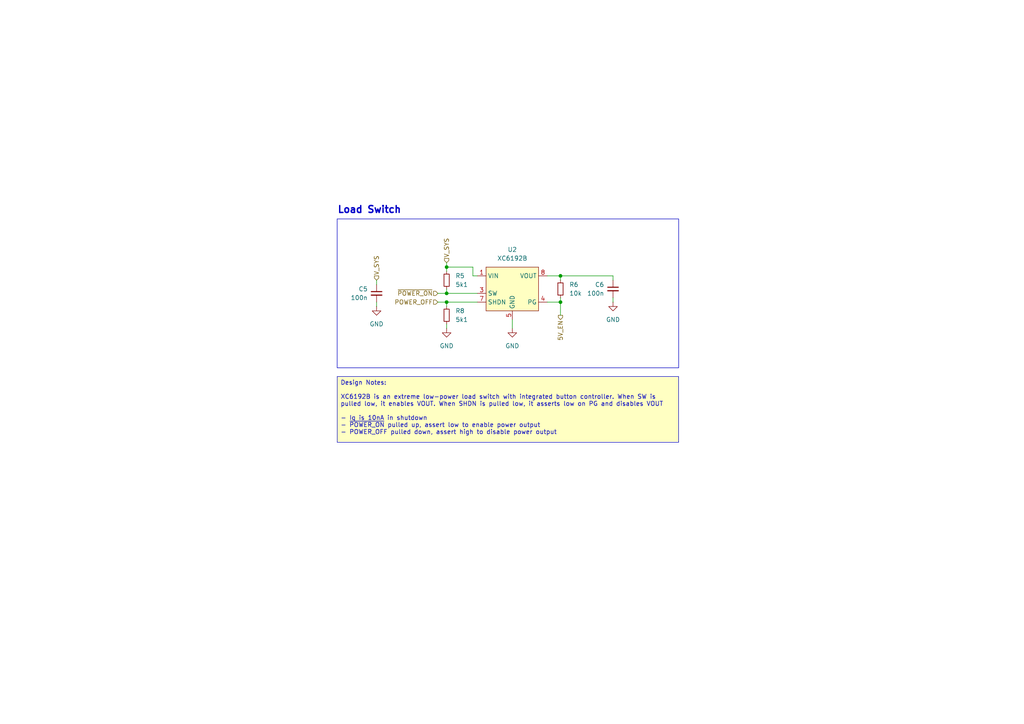
<source format=kicad_sch>
(kicad_sch (version 20231120) (generator "eeschema") (generator_version "8.0")
  (paper "A4")
  (title_block (title "${PROJECT_NAME}") (date "2024-12-01") (comment 1 "Designed by Gus Workman") (comment 4 "Load switch and supporting circuitry"))
  (lib_symbols
    (symbol "Device:C_Small" (pin_numbers hide) (pin_names (offset 0.254) hide)
      (property "Reference" "C" (at 0.254 1.778 0))
      (property "Value" "C_Small" (at 0.254 -2.032 0))
      (symbol "C_Small_0_1"
        (polyline (pts (xy -1.524 -0.508) (xy 1.524 -0.508)) (stroke (width 0.3302)))
        (polyline (pts (xy -1.524 0.508) (xy 1.524 0.508)) (stroke (width 0.3048)))
      )
      (symbol "C_Small_1_1"
        (pin passive line (at 0 2.54 270) (length 2.032) (name "~") (number "1"))
        (pin passive line (at 0 -2.54 90) (length 2.032) (name "~") (number "2"))
      )
    )
    (symbol "Device:R_Small" (pin_numbers hide) (pin_names (offset 0.254) hide)
      (property "Reference" "R" (at 0.762 0.508 0))
      (property "Value" "R_Small" (at 0.762 -1.016 0))
      (symbol "R_Small_0_1"
        (rectangle (start -0.762 1.778) (end 0.762 -1.778) (stroke (width 0.2032)))
      )
      (symbol "R_Small_1_1"
        (pin passive line (at 0 2.54 270) (length 0.762) (name "~") (number "1"))
        (pin passive line (at 0 -2.54 90) (length 0.762) (name "~") (number "2"))
      )
    )
    (symbol "gworkman_power:XC6192"
      (property "Reference" "U" (at 0 10.16 0))
      (property "Value" "XC6192" (at 0 7.62 0))
      (symbol "XC6192_0_0"
        (pin power_in line (at -10.16 3.81 0) (length 2.54) (name "VIN") (number "1"))
        (pin input line (at -10.16 -1.27 0) (length 2.54) (name "SW") (number "3"))
        (pin open_collector line (at 10.16 -3.81 180) (length 2.54) (name "PG") (number "4"))
        (pin power_in line (at 0 -8.89 90) (length 2.54) (name "GND") (number "5"))
        (pin input line (at -10.16 -3.81 0) (length 2.54) (name "SHDN") (number "7"))
        (pin power_out line (at 10.16 3.81 180) (length 2.54) (name "VOUT") (number "8"))
      )
      (symbol "XC6192_1_0"
        (pin passive line (at 0 -8.89 90) (length 2.54) hide (name "NC") (number "2"))
        (pin passive line (at 0 -8.89 90) (length 2.54) hide (name "TEST") (number "6"))
        (pin passive line (at 0 -8.89 90) (length 2.54) hide (name "EP") (number "9"))
      )
      (symbol "XC6192_1_1"
        (rectangle (start -7.62 6.35) (end 7.62 -6.35) (fill (type background)))
      )
    )
    (symbol "power:GND" (power) (pin_numbers hide) (pin_names (offset 0) hide)
      (property "Value" "GND" (at 0 -3.81 0))
      (symbol "GND_0_1"
        (polyline (pts (xy 0 0) (xy 0 -1.27) (xy 1.27 -1.27) (xy 0 -2.54) (xy -1.27 -1.27) (xy 0 -1.27)))
      )
      (symbol "GND_1_1"
        (pin power_in line (at 0 0 270) (length 0) (name "~") (number "1"))
      )
    )
  )
  (junction (at 162.56 80.01))
  (junction (at 129.54 77.47))
  (junction (at 162.56 87.63))
  (junction (at 129.54 85.09))
  (junction (at 129.54 87.63))
  (wire (pts (xy 162.56 80.01) (xy 177.8 80.01)))
  (wire (pts (xy 129.54 87.63) (xy 129.54 88.9)))
  (wire (pts (xy 162.56 80.01) (xy 162.56 81.28)))
  (wire (pts (xy 127 85.09) (xy 129.54 85.09)))
  (wire (pts (xy 129.54 77.47) (xy 137.16 77.47)))
  (wire (pts (xy 109.22 81.28) (xy 109.22 82.55)))
  (wire (pts (xy 127 87.63) (xy 129.54 87.63)))
  (wire (pts (xy 177.8 86.36) (xy 177.8 87.63)))
  (wire (pts (xy 129.54 76.2) (xy 129.54 77.47)))
  (wire (pts (xy 129.54 93.98) (xy 129.54 95.25)))
  (wire (pts (xy 129.54 87.63) (xy 138.43 87.63)))
  (wire (pts (xy 162.56 91.44) (xy 162.56 87.63)))
  (wire (pts (xy 177.8 80.01) (xy 177.8 81.28)))
  (wire (pts (xy 158.75 80.01) (xy 162.56 80.01)))
  (wire (pts (xy 158.75 87.63) (xy 162.56 87.63)))
  (wire (pts (xy 109.22 87.63) (xy 109.22 88.9)))
  (wire (pts (xy 148.59 92.71) (xy 148.59 95.25)))
  (wire (pts (xy 162.56 86.36) (xy 162.56 87.63)))
  (wire (pts (xy 129.54 77.47) (xy 129.54 78.74)))
  (wire (pts (xy 129.54 83.82) (xy 129.54 85.09)))
  (wire (pts (xy 129.54 85.09) (xy 138.43 85.09)))
  (wire (pts (xy 137.16 80.01) (xy 138.43 80.01)))
  (wire (pts (xy 137.16 77.47) (xy 137.16 80.01)))
  (rectangle (start 97.79 63.5) (end 196.85 106.68))
  (text_box "Design Notes:\n\nXC6192B is an extreme low-power load switch with integrated button controller. When SW is pulled low, it enables VOUT. When SHDN is pulled low, it asserts low on PG and disables VOUT\n\n- Iq is 10nA in shutdown\n- ~{POWER_ON} pulled up, assert low to enable power output\n- POWER_OFF pulled down, assert high to disable power output" (at 97.79 109.22 0) (size 99.06 19.05) (fill (type color) (color 255 255 194 1)) (effects (font (size 1.27 1.27) (thickness 0.1588)) (justify left top)))
  (text "Load Switch" (at 97.79 60.96 0) (effects (font (size 2 2) (thickness 0.4) (bold yes)) (justify left)))
  (hierarchical_label "~{POWER_ON}" (shape input) (at 127 85.09 180))
  (hierarchical_label "POWER_OFF" (shape input) (at 127 87.63 180))
  (hierarchical_label "5V_EN" (shape output) (at 162.56 91.44 270))
  (hierarchical_label "V_SYS" (shape input) (at 129.54 76.2 90))
  (hierarchical_label "V_SYS" (shape input) (at 109.22 81.28 90))
  (symbol (lib_id "Device:R_Small") (at 162.56 83.82 180) (unit 1)
    (property "Reference" "R6" (at 165.1 82.5499 0) (effects (justify right)))
    (property "Value" "10k" (at 165.1 85.0899 0) (effects (justify right)))
    (property "Footprint" "Resistor_SMD:R_0402_1005Metric" (effects (hide yes)))
    (property "Description" "generic 0603 resistor, 1/10W, 1%" (effects (hide yes)))
    (property "LCSC" "C60490" (effects (hide yes)))
    (property "DigiKey" "311-10.0KLRCT-ND" (effects (hide yes)))
    (property "MPN" "RC0402FR-0710KL" (effects (hide yes)))
  )
  (symbol (lib_id "Device:R_Small") (at 129.54 81.28 0) (unit 1)
    (property "Reference" "R5" (at 132.08 80.01 0) (effects (justify left)))
    (property "Value" "5k1" (at 132.08 82.55 0) (effects (justify left)))
    (property "Footprint" "Resistor_SMD:R_0402_1005Metric" (effects (hide yes)))
    (property "Description" "generic 0603 resistor, 1/10W, 1%" (effects (hide yes)))
    (property "LCSC" "C105872" (effects (hide yes)))
    (property "DigiKey" "311-5.10KLRCT-ND" (effects (hide yes)))
    (property "MPN" "RC0402FR-075K1L" (effects (hide yes)))
  )
  (symbol (lib_id "power:GND") (at 177.8 87.63 0) (unit 1)
    (property "Reference" "#PWR023" (effects (hide yes)))
    (property "Value" "GND" (at 177.8 92.71 0))
    (property "Description" "Power symbol creates a global label with name \"GND\" , ground" (effects (hide yes)))
  )
  (symbol (lib_id "power:GND") (at 148.59 95.25 0) (unit 1)
    (property "Reference" "#PWR022" (effects (hide yes)))
    (property "Value" "GND" (at 148.59 100.33 0))
    (property "Description" "Power symbol creates a global label with name \"GND\" , ground" (effects (hide yes)))
  )
  (symbol (lib_id "power:GND") (at 109.22 88.9 0) (unit 1)
    (property "Reference" "#PWR020" (effects (hide yes)))
    (property "Value" "GND" (at 109.22 93.98 0))
    (property "Description" "Power symbol creates a global label with name \"GND\" , ground" (effects (hide yes)))
  )
  (symbol (lib_id "Device:C_Small") (at 109.22 85.09 0) (mirror y) (unit 1)
    (property "Reference" "C5" (at 106.68 83.8262 0) (effects (justify left)))
    (property "Value" "100n" (at 106.68 86.3662 0) (effects (justify left)))
    (property "Footprint" "Capacitor_SMD:C_0402_1005Metric" (effects (hide yes)))
    (property "Description" "generic 0603 capacitor, 10V, low ESR" (effects (hide yes)))
    (property "LCSC" "C71629" (effects (hide yes)))
    (property "DigiKey" "490-6328-1-ND" (effects (hide yes)))
    (property "MPN" "GRM155R71C104KA88J" (effects (hide yes)))
  )
  (symbol (lib_id "Device:C_Small") (at 177.8 83.82 0) (mirror y) (unit 1)
    (property "Reference" "C6" (at 175.26 82.5562 0) (effects (justify left)))
    (property "Value" "100n" (at 175.26 85.0962 0) (effects (justify left)))
    (property "Footprint" "Capacitor_SMD:C_0402_1005Metric" (effects (hide yes)))
    (property "Description" "generic 0603 capacitor, 10V, low ESR" (effects (hide yes)))
    (property "LCSC" "C71629" (effects (hide yes)))
    (property "DigiKey" "490-6328-1-ND" (effects (hide yes)))
    (property "MPN" "GRM155R71C104KA88J" (effects (hide yes)))
  )
  (symbol (lib_id "power:GND") (at 129.54 95.25 0) (unit 1)
    (property "Reference" "#PWR021" (effects (hide yes)))
    (property "Value" "GND" (at 129.54 100.33 0))
    (property "Description" "Power symbol creates a global label with name \"GND\" , ground" (effects (hide yes)))
  )
  (symbol (lib_id "gworkman_power:XC6192") (at 148.59 83.82 0) (unit 1)
    (property "Reference" "U2" (at 148.59 72.39 0))
    (property "Value" "XC6192B" (at 148.59 74.93 0))
    (property "Footprint" "gworkman_power:USP-8B06" (effects (hide yes)))
    (property "Datasheet" "https://product.torexsemi.com/system/files/series/xc6192.pdf" (effects (hide yes)))
    (property "Description" "Push button load switch, integrated high-side switch, 400mA output current, inrush current limiting, short-circuit protection, low shutdown current" (effects (hide yes)))
    (property "MPN" "XC6192BANNER-G" (effects (hide yes)))
    (property "DigiKey" "893-1413-1-ND" (effects (hide yes)))
    (property "LCSC" "C2442364" (effects (hide yes)))
  )
  (symbol (lib_id "Device:R_Small") (at 129.54 91.44 0) (unit 1)
    (property "Reference" "R8" (at 132.08 90.17 0) (effects (justify left)))
    (property "Value" "5k1" (at 132.08 92.71 0) (effects (justify left)))
    (property "Footprint" "Resistor_SMD:R_0402_1005Metric" (effects (hide yes)))
    (property "Description" "generic 0603 resistor, 1/10W, 1%" (effects (hide yes)))
    (property "LCSC" "C105872" (effects (hide yes)))
    (property "DigiKey" "311-5.10KLRCT-ND" (effects (hide yes)))
    (property "MPN" "RC0402FR-075K1L" (effects (hide yes)))
  )
)
</source>
